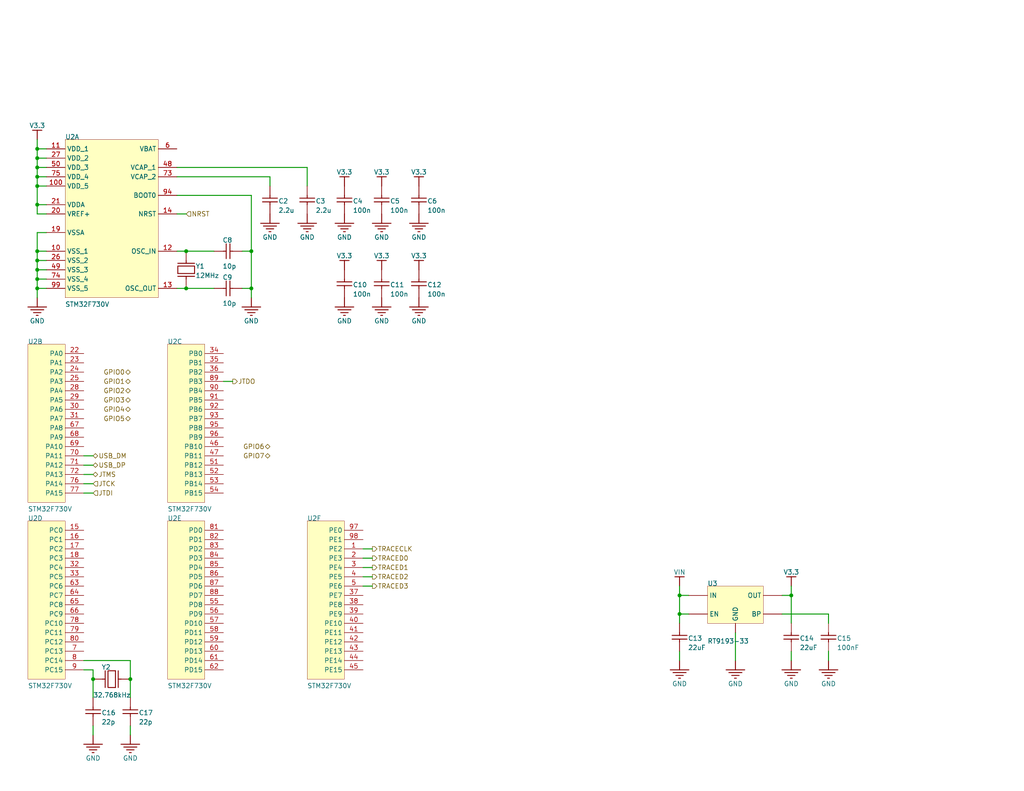
<source format=kicad_sch>
(kicad_sch (version 20231120) (generator "eeschema") (generator_version "8.0")
  (paper "A")
  (lib_symbols
    (symbol "mcu-altium-import:GND_POWER_GROUND" (power)
      (property "Reference" "#PWR" (at 0 0 0))
      (property "Value" "GND" (at 0 6.35 0))
      (symbol "GND_POWER_GROUND_0_0"
        (polyline (pts (xy -2.54 -2.54) (xy 2.54 -2.54)) (stroke (width 0.254)))
        (polyline (pts (xy -1.778 -3.302) (xy 1.778 -3.302)) (stroke (width 0.254)))
        (polyline (pts (xy -1.016 -4.064) (xy 1.016 -4.064)) (stroke (width 0.254)))
        (polyline (pts (xy -0.254 -4.826) (xy 0.254 -4.826)) (stroke (width 0.254)))
        (polyline (pts (xy 0 0) (xy 0 -2.54)) (stroke (width 0.254)))
        (pin power_in line (at 0 0 0) (length 0) hide (name "GND") (number ""))
      )
    )
    (symbol "mcu-altium-import:V3.3_BAR" (power)
      (property "Reference" "#PWR" (at 0 0 0))
      (property "Value" "V3.3" (at 0 3.81 0))
      (symbol "V3.3_BAR_0_0"
        (polyline (pts (xy -1.27 -2.54) (xy 1.27 -2.54)) (stroke (width 0.254)))
        (polyline (pts (xy 0 0) (xy 0 -2.54)) (stroke (width 0.254)))
        (pin power_in line (at 0 0 0) (length 0) hide (name "V3.3") (number ""))
      )
    )
    (symbol "mcu-altium-import:VIN_BAR" (power)
      (property "Reference" "#PWR" (at 0 0 0))
      (property "Value" "VIN" (at 0 3.81 0))
      (symbol "VIN_BAR_0_0"
        (polyline (pts (xy -1.27 -2.54) (xy 1.27 -2.54)) (stroke (width 0.254)))
        (polyline (pts (xy 0 0) (xy 0 -2.54)) (stroke (width 0.254)))
        (pin power_in line (at 0 0 0) (length 0) hide (name "VIN") (number ""))
      )
    )
    (symbol "mcu-altium-import:root_0_Capacitor"
      (symbol "root_0_Capacitor_1_0"
        (polyline (pts (xy 0 0) (xy 0.762 0)) (stroke (width 0.254)))
        (polyline (pts (xy 0.762 2.032) (xy 0.762 -2.032)) (stroke (width 0.254)))
        (polyline (pts (xy 1.778 -2.032) (xy 1.778 2.032)) (stroke (width 0.254)))
        (polyline (pts (xy 1.778 0) (xy 2.54 0)) (stroke (width 0.254)))
        (pin passive line (at -2.54 0 0) (length 2.54) (name "1") (number "1"))
        (pin passive line (at 5.08 0 180) (length 2.54) (name "2") (number "2"))
      )
    )
    (symbol "mcu-altium-import:root_0_STM32F730V"
      (symbol "root_0_STM32F730V_1_0"
        (rectangle (start 12.7 20.32) (end -12.7 -22.86) (stroke (width 0.0254) (color 128 0 0 1)) (fill (type background)))
        (pin passive line (at -17.78 -10.16 0) (length 5.08) (name "VSS_1") (number "10"))
        (pin passive line (at -17.78 7.62 0) (length 5.08) (name "VDD_5") (number "100"))
        (pin passive line (at -17.78 17.78 0) (length 5.08) (name "VDD_1") (number "11"))
        (pin passive line (at 17.78 -10.16 180) (length 5.08) (name "OSC_IN") (number "12"))
        (pin passive line (at 17.78 -20.32 180) (length 5.08) (name "OSC_OUT") (number "13"))
        (pin passive line (at 17.78 0 180) (length 5.08) (name "NRST") (number "14"))
        (pin passive line (at -17.78 -5.08 0) (length 5.08) (name "VSSA") (number "19"))
        (pin passive line (at -17.78 0 0) (length 5.08) (name "VREF+") (number "20"))
        (pin passive line (at -17.78 2.54 0) (length 5.08) (name "VDDA") (number "21"))
        (pin passive line (at -17.78 -12.7 0) (length 5.08) (name "VSS_2") (number "26"))
        (pin passive line (at -17.78 15.24 0) (length 5.08) (name "VDD_2") (number "27"))
        (pin passive line (at 17.78 12.7 180) (length 5.08) (name "VCAP_1") (number "48"))
        (pin passive line (at -17.78 -15.24 0) (length 5.08) (name "VSS_3") (number "49"))
        (pin passive line (at -17.78 12.7 0) (length 5.08) (name "VDD_3") (number "50"))
        (pin passive line (at 17.78 17.78 180) (length 5.08) (name "VBAT") (number "6"))
        (pin passive line (at 17.78 10.16 180) (length 5.08) (name "VCAP_2") (number "73"))
        (pin passive line (at -17.78 -17.78 0) (length 5.08) (name "VSS_4") (number "74"))
        (pin passive line (at -17.78 10.16 0) (length 5.08) (name "VDD_4") (number "75"))
        (pin passive line (at 17.78 5.08 180) (length 5.08) (name "BOOT0") (number "94"))
        (pin passive line (at -17.78 -20.32 0) (length 5.08) (name "VSS_5") (number "99"))
      )
      (symbol "root_0_STM32F730V_2_0"
        (rectangle (start 5.08 20.32) (end -5.08 -22.86) (stroke (width 0.0254) (color 128 0 0 1)) (fill (type background)))
        (pin passive line (at 10.16 17.78 180) (length 5.08) (name "PA0") (number "22"))
        (pin passive line (at 10.16 15.24 180) (length 5.08) (name "PA1") (number "23"))
        (pin passive line (at 10.16 12.7 180) (length 5.08) (name "PA2") (number "24"))
        (pin passive line (at 10.16 10.16 180) (length 5.08) (name "PA3") (number "25"))
        (pin passive line (at 10.16 7.62 180) (length 5.08) (name "PA4") (number "28"))
        (pin passive line (at 10.16 5.08 180) (length 5.08) (name "PA5") (number "29"))
        (pin passive line (at 10.16 2.54 180) (length 5.08) (name "PA6") (number "30"))
        (pin passive line (at 10.16 0 180) (length 5.08) (name "PA7") (number "31"))
        (pin passive line (at 10.16 -2.54 180) (length 5.08) (name "PA8") (number "67"))
        (pin passive line (at 10.16 -5.08 180) (length 5.08) (name "PA9") (number "68"))
        (pin passive line (at 10.16 -7.62 180) (length 5.08) (name "PA10") (number "69"))
        (pin passive line (at 10.16 -10.16 180) (length 5.08) (name "PA11") (number "70"))
        (pin passive line (at 10.16 -12.7 180) (length 5.08) (name "PA12") (number "71"))
        (pin passive line (at 10.16 -15.24 180) (length 5.08) (name "PA13") (number "72"))
        (pin passive line (at 10.16 -17.78 180) (length 5.08) (name "PA14") (number "76"))
        (pin passive line (at 10.16 -20.32 180) (length 5.08) (name "PA15") (number "77"))
      )
      (symbol "root_0_STM32F730V_3_0"
        (rectangle (start 5.08 20.32) (end -5.08 -22.86) (stroke (width 0.0254) (color 128 0 0 1)) (fill (type background)))
        (pin passive line (at 10.16 17.78 180) (length 5.08) (name "PB0") (number "34"))
        (pin passive line (at 10.16 15.24 180) (length 5.08) (name "PB1") (number "35"))
        (pin passive line (at 10.16 12.7 180) (length 5.08) (name "PB2") (number "36"))
        (pin passive line (at 10.16 -7.62 180) (length 5.08) (name "PB10") (number "46"))
        (pin passive line (at 10.16 -10.16 180) (length 5.08) (name "PB11") (number "47"))
        (pin passive line (at 10.16 -12.7 180) (length 5.08) (name "PB12") (number "51"))
        (pin passive line (at 10.16 -15.24 180) (length 5.08) (name "PB13") (number "52"))
        (pin passive line (at 10.16 -17.78 180) (length 5.08) (name "PB14") (number "53"))
        (pin passive line (at 10.16 -20.32 180) (length 5.08) (name "PB15") (number "54"))
        (pin passive line (at 10.16 10.16 180) (length 5.08) (name "PB3") (number "89"))
        (pin passive line (at 10.16 7.62 180) (length 5.08) (name "PB4") (number "90"))
        (pin passive line (at 10.16 5.08 180) (length 5.08) (name "PB5") (number "91"))
        (pin passive line (at 10.16 2.54 180) (length 5.08) (name "PB6") (number "92"))
        (pin passive line (at 10.16 0 180) (length 5.08) (name "PB7") (number "93"))
        (pin passive line (at 10.16 -2.54 180) (length 5.08) (name "PB8") (number "95"))
        (pin passive line (at 10.16 -5.08 180) (length 5.08) (name "PB9") (number "96"))
      )
      (symbol "root_0_STM32F730V_4_0"
        (rectangle (start 5.08 20.32) (end -5.08 -22.86) (stroke (width 0.0254) (color 128 0 0 1)) (fill (type background)))
        (pin passive line (at 10.16 17.78 180) (length 5.08) (name "PC0") (number "15"))
        (pin passive line (at 10.16 15.24 180) (length 5.08) (name "PC1") (number "16"))
        (pin passive line (at 10.16 12.7 180) (length 5.08) (name "PC2") (number "17"))
        (pin passive line (at 10.16 10.16 180) (length 5.08) (name "PC3") (number "18"))
        (pin passive line (at 10.16 7.62 180) (length 5.08) (name "PC4") (number "32"))
        (pin passive line (at 10.16 5.08 180) (length 5.08) (name "PC5") (number "33"))
        (pin passive line (at 10.16 2.54 180) (length 5.08) (name "PC6") (number "63"))
        (pin passive line (at 10.16 0 180) (length 5.08) (name "PC7") (number "64"))
        (pin passive line (at 10.16 -2.54 180) (length 5.08) (name "PC8") (number "65"))
        (pin passive line (at 10.16 -5.08 180) (length 5.08) (name "PC9") (number "66"))
        (pin passive line (at 10.16 -15.24 180) (length 5.08) (name "PC13") (number "7"))
        (pin passive line (at 10.16 -7.62 180) (length 5.08) (name "PC10") (number "78"))
        (pin passive line (at 10.16 -10.16 180) (length 5.08) (name "PC11") (number "79"))
        (pin passive line (at 10.16 -17.78 180) (length 5.08) (name "PC14") (number "8"))
        (pin passive line (at 10.16 -12.7 180) (length 5.08) (name "PC12") (number "80"))
        (pin passive line (at 10.16 -20.32 180) (length 5.08) (name "PC15") (number "9"))
      )
      (symbol "root_0_STM32F730V_5_0"
        (rectangle (start 5.08 20.32) (end -5.08 -22.86) (stroke (width 0.0254) (color 128 0 0 1)) (fill (type background)))
        (pin passive line (at 10.16 -2.54 180) (length 5.08) (name "PD8") (number "55"))
        (pin passive line (at 10.16 -5.08 180) (length 5.08) (name "PD9") (number "56"))
        (pin passive line (at 10.16 -7.62 180) (length 5.08) (name "PD10") (number "57"))
        (pin passive line (at 10.16 -10.16 180) (length 5.08) (name "PD11") (number "58"))
        (pin passive line (at 10.16 -12.7 180) (length 5.08) (name "PD12") (number "59"))
        (pin passive line (at 10.16 -15.24 180) (length 5.08) (name "PD13") (number "60"))
        (pin passive line (at 10.16 -17.78 180) (length 5.08) (name "PD14") (number "61"))
        (pin passive line (at 10.16 -20.32 180) (length 5.08) (name "PD15") (number "62"))
        (pin passive line (at 10.16 17.78 180) (length 5.08) (name "PD0") (number "81"))
        (pin passive line (at 10.16 15.24 180) (length 5.08) (name "PD1") (number "82"))
        (pin passive line (at 10.16 12.7 180) (length 5.08) (name "PD2") (number "83"))
        (pin passive line (at 10.16 10.16 180) (length 5.08) (name "PD3") (number "84"))
        (pin passive line (at 10.16 7.62 180) (length 5.08) (name "PD4") (number "85"))
        (pin passive line (at 10.16 5.08 180) (length 5.08) (name "PD5") (number "86"))
        (pin passive line (at 10.16 2.54 180) (length 5.08) (name "PD6") (number "87"))
        (pin passive line (at 10.16 0 180) (length 5.08) (name "PD7") (number "88"))
      )
      (symbol "root_0_STM32F730V_6_0"
        (rectangle (start 5.08 20.32) (end -5.08 -22.86) (stroke (width 0.0254) (color 128 0 0 1)) (fill (type background)))
        (pin passive line (at 10.16 12.7 180) (length 5.08) (name "PE2") (number "1"))
        (pin passive line (at 10.16 10.16 180) (length 5.08) (name "PE3") (number "2"))
        (pin passive line (at 10.16 7.62 180) (length 5.08) (name "PE4") (number "3"))
        (pin passive line (at 10.16 0 180) (length 5.08) (name "PE7") (number "37"))
        (pin passive line (at 10.16 -2.54 180) (length 5.08) (name "PE8") (number "38"))
        (pin passive line (at 10.16 -5.08 180) (length 5.08) (name "PE9") (number "39"))
        (pin passive line (at 10.16 5.08 180) (length 5.08) (name "PE5") (number "4"))
        (pin passive line (at 10.16 -7.62 180) (length 5.08) (name "PE10") (number "40"))
        (pin passive line (at 10.16 -10.16 180) (length 5.08) (name "PE11") (number "41"))
        (pin passive line (at 10.16 -12.7 180) (length 5.08) (name "PE12") (number "42"))
        (pin passive line (at 10.16 -15.24 180) (length 5.08) (name "PE13") (number "43"))
        (pin passive line (at 10.16 -17.78 180) (length 5.08) (name "PE14") (number "44"))
        (pin passive line (at 10.16 -20.32 180) (length 5.08) (name "PE15") (number "45"))
        (pin passive line (at 10.16 2.54 180) (length 5.08) (name "PE6") (number "5"))
        (pin passive line (at 10.16 17.78 180) (length 5.08) (name "PE0") (number "97"))
        (pin passive line (at 10.16 15.24 180) (length 5.08) (name "PE1") (number "98"))
      )
    )
    (symbol "mcu-altium-import:root_0_VREG_EN_BP"
      (symbol "root_0_VREG_EN_BP_1_0"
        (rectangle (start 7.62 2.54) (end -7.62 -7.62) (stroke (width 0.0254) (color 128 0 0 1)) (fill (type background)))
        (pin passive line (at 12.7 -5.08 180) (length 5.08) (name "BP") (number "BP"))
        (pin passive line (at -12.7 -5.08 0) (length 5.08) (name "EN") (number "EN"))
        (pin passive line (at 0 -10.16 90) (length 2.54) (name "GND") (number "GND"))
        (pin passive line (at -12.7 0 0) (length 5.08) (name "IN") (number "IN"))
        (pin passive line (at 12.7 0 180) (length 5.08) (name "OUT") (number "OUT"))
      )
    )
    (symbol "mcu-altium-import:root_0_XTAL_4SMD"
      (symbol "root_0_XTAL_4SMD_1_0"
        (polyline (pts (xy -2.286 -1.778) (xy 2.286 -1.778)) (stroke (width 0.254)))
        (polyline (pts (xy -2.286 -1.016) (xy 2.286 -1.016)) (stroke (width 0.254)))
        (polyline (pts (xy -2.286 1.778) (xy 2.286 1.778)) (stroke (width 0.254)))
        (polyline (pts (xy 0 -1.778) (xy 0 -2.54)) (stroke (width 0.254)))
        (polyline (pts (xy 0 2.54) (xy 0 1.778)) (stroke (width 0.254)))
        (polyline (pts (xy -2.286 -1.016) (xy -2.286 1.016) (xy 2.286 1.016) (xy 2.286 -1.016)) (stroke (width 0.254)))
        (pin passive line (at 0 5.08 270) (length 2.54) (name "1") (number "1"))
        (pin passive line (at 2.54 2.54 0) (length 0) hide (name "2") (number "2"))
        (pin passive line (at 0 -5.08 90) (length 2.54) (name "3") (number "3"))
        (pin passive line (at 2.54 0 0) (length 0) hide (name "4") (number "4"))
      )
    )
    (symbol "mcu-altium-import:root_1_Capacitor"
      (symbol "root_1_Capacitor_1_0"
        (polyline (pts (xy -2.032 0.762) (xy 2.032 0.762)) (stroke (width 0.254)))
        (polyline (pts (xy 0 0) (xy 0 0.762)) (stroke (width 0.254)))
        (polyline (pts (xy 0 1.778) (xy 0 2.54)) (stroke (width 0.254)))
        (polyline (pts (xy 2.032 1.778) (xy -2.032 1.778)) (stroke (width 0.254)))
        (pin passive line (at 0 -2.54 90) (length 2.54) (name "1") (number "1"))
        (pin passive line (at 0 5.08 270) (length 2.54) (name "2") (number "2"))
      )
    )
    (symbol "mcu-altium-import:root_1_XTAL"
      (symbol "root_1_XTAL_1_0"
        (polyline (pts (xy -2.54 0) (xy -1.778 0)) (stroke (width 0.254)))
        (polyline (pts (xy -1.778 -2.286) (xy -1.778 2.286)) (stroke (width 0.254)))
        (polyline (pts (xy 1.016 -2.286) (xy 1.016 2.286)) (stroke (width 0.254)))
        (polyline (pts (xy 1.778 -2.286) (xy 1.778 2.286)) (stroke (width 0.254)))
        (polyline (pts (xy 1.778 0) (xy 2.54 0)) (stroke (width 0.254)))
        (polyline (pts (xy 1.016 -2.286) (xy -1.016 -2.286) (xy -1.016 2.286) (xy 1.016 2.286)) (stroke (width 0.254)))
        (pin passive line (at -5.08 0 0) (length 2.54) (name "1") (number "1"))
        (pin passive line (at 5.08 0 180) (length 2.54) (name "2") (number "2"))
      )
    )
  )
  (junction (at 25.4 185.42))
  (junction (at 10.16 40.64))
  (junction (at 10.16 78.74))
  (junction (at 68.58 68.58))
  (junction (at 185.42 162.56))
  (junction (at 215.9 162.56))
  (junction (at 185.42 167.64))
  (junction (at 50.8 78.74))
  (junction (at 10.16 71.12))
  (junction (at 50.8 68.58))
  (junction (at 10.16 76.2))
  (junction (at 10.16 68.58))
  (junction (at 10.16 48.26))
  (junction (at 10.16 55.88))
  (junction (at 10.16 43.18))
  (junction (at 10.16 73.66))
  (junction (at 68.58 78.74))
  (junction (at 35.56 185.42))
  (junction (at 10.16 45.72))
  (junction (at 10.16 50.8))
  (wire (pts (xy 10.16 43.18) (xy 10.16 40.64)) (stroke (width 0.254)))
  (wire (pts (xy 63.5 104.14) (xy 60.96 104.14)) (stroke (width 0.254)))
  (wire (pts (xy 12.7 48.26) (xy 10.16 48.26)) (stroke (width 0.254)))
  (wire (pts (xy 25.4 182.88) (xy 25.4 185.42)) (stroke (width 0.254)))
  (wire (pts (xy 68.58 68.58) (xy 68.58 78.74)) (stroke (width 0.254)))
  (wire (pts (xy 12.7 55.88) (xy 10.16 55.88)) (stroke (width 0.254)))
  (wire (pts (xy 10.16 71.12) (xy 10.16 68.58)) (stroke (width 0.254)))
  (wire (pts (xy 35.56 185.42) (xy 35.56 190.5)) (stroke (width 0.254)))
  (wire (pts (xy 226.06 177.8) (xy 226.06 180.34)) (stroke (width 0.254)))
  (wire (pts (xy 213.36 162.56) (xy 215.9 162.56)) (stroke (width 0.254)))
  (wire (pts (xy 25.4 132.08) (xy 22.86 132.08)) (stroke (width 0.254)))
  (wire (pts (xy 83.82 45.72) (xy 83.82 50.8)) (stroke (width 0.254)))
  (wire (pts (xy 185.42 160.02) (xy 185.42 162.56)) (stroke (width 0.254)))
  (wire (pts (xy 12.7 76.2) (xy 10.16 76.2)) (stroke (width 0.254)))
  (wire (pts (xy 101.6 152.4) (xy 99.06 152.4)) (stroke (width 0.254)))
  (wire (pts (xy 10.16 58.42) (xy 10.16 55.88)) (stroke (width 0.254)))
  (wire (pts (xy 35.56 198.12) (xy 35.56 200.66)) (stroke (width 0.254)))
  (wire (pts (xy 10.16 81.28) (xy 10.16 78.74)) (stroke (width 0.254)))
  (wire (pts (xy 101.6 154.94) (xy 99.06 154.94)) (stroke (width 0.254)))
  (wire (pts (xy 187.96 162.56) (xy 185.42 162.56)) (stroke (width 0.254)))
  (wire (pts (xy 185.42 167.64) (xy 187.96 167.64)) (stroke (width 0.254)))
  (wire (pts (xy 25.4 185.42) (xy 25.4 190.5)) (stroke (width 0.254)))
  (wire (pts (xy 10.16 76.2) (xy 10.16 73.66)) (stroke (width 0.254)))
  (wire (pts (xy 10.16 43.18) (xy 12.7 43.18)) (stroke (width 0.254)))
  (wire (pts (xy 25.4 134.62) (xy 22.86 134.62)) (stroke (width 0.254)))
  (wire (pts (xy 12.7 45.72) (xy 10.16 45.72)) (stroke (width 0.254)))
  (wire (pts (xy 12.7 40.64) (xy 10.16 40.64)) (stroke (width 0.254)))
  (wire (pts (xy 12.7 68.58) (xy 10.16 68.58)) (stroke (width 0.254)))
  (wire (pts (xy 12.7 58.42) (xy 10.16 58.42)) (stroke (width 0.254)))
  (wire (pts (xy 66.04 68.58) (xy 68.58 68.58)) (stroke (width 0.254)))
  (wire (pts (xy 48.26 45.72) (xy 83.82 45.72)) (stroke (width 0.254)))
  (wire (pts (xy 215.9 162.56) (xy 215.9 160.02)) (stroke (width 0.254)))
  (wire (pts (xy 185.42 170.18) (xy 185.42 167.64)) (stroke (width 0.254)))
  (wire (pts (xy 215.9 170.18) (xy 215.9 162.56)) (stroke (width 0.254)))
  (wire (pts (xy 25.4 124.46) (xy 22.86 124.46)) (stroke (width 0.254)))
  (wire (pts (xy 22.86 182.88) (xy 25.4 182.88)) (stroke (width 0.254)))
  (wire (pts (xy 10.16 50.8) (xy 10.16 48.26)) (stroke (width 0.254)))
  (wire (pts (xy 185.42 180.34) (xy 185.42 177.8)) (stroke (width 0.254)))
  (wire (pts (xy 48.26 48.26) (xy 73.66 48.26)) (stroke (width 0.254)))
  (wire (pts (xy 10.16 40.64) (xy 10.16 38.1)) (stroke (width 0.254)))
  (wire (pts (xy 10.16 68.58) (xy 10.16 63.5)) (stroke (width 0.254)))
  (wire (pts (xy 68.58 53.34) (xy 68.58 68.58)) (stroke (width 0.254)))
  (wire (pts (xy 226.06 167.64) (xy 226.06 170.18)) (stroke (width 0.254)))
  (wire (pts (xy 48.26 68.58) (xy 50.8 68.58)) (stroke (width 0.254)))
  (wire (pts (xy 22.86 180.34) (xy 35.56 180.34)) (stroke (width 0.254)))
  (wire (pts (xy 10.16 45.72) (xy 10.16 43.18)) (stroke (width 0.254)))
  (wire (pts (xy 48.26 53.34) (xy 68.58 53.34)) (stroke (width 0.254)))
  (wire (pts (xy 10.16 55.88) (xy 10.16 50.8)) (stroke (width 0.254)))
  (wire (pts (xy 66.04 78.74) (xy 68.58 78.74)) (stroke (width 0.254)))
  (wire (pts (xy 25.4 129.54) (xy 22.86 129.54)) (stroke (width 0.254)))
  (wire (pts (xy 12.7 73.66) (xy 10.16 73.66)) (stroke (width 0.254)))
  (wire (pts (xy 73.66 48.26) (xy 73.66 50.8)) (stroke (width 0.254)))
  (wire (pts (xy 12.7 71.12) (xy 10.16 71.12)) (stroke (width 0.254)))
  (wire (pts (xy 10.16 48.26) (xy 10.16 45.72)) (stroke (width 0.254)))
  (wire (pts (xy 200.66 172.72) (xy 200.66 180.34)) (stroke (width 0.254)))
  (wire (pts (xy 35.56 180.34) (xy 35.56 185.42)) (stroke (width 0.254)))
  (wire (pts (xy 12.7 50.8) (xy 10.16 50.8)) (stroke (width 0.254)))
  (wire (pts (xy 68.58 78.74) (xy 68.58 81.28)) (stroke (width 0.254)))
  (wire (pts (xy 101.6 160.02) (xy 99.06 160.02)) (stroke (width 0.254)))
  (wire (pts (xy 10.16 63.5) (xy 12.7 63.5)) (stroke (width 0.254)))
  (wire (pts (xy 48.26 78.74) (xy 50.8 78.74)) (stroke (width 0.254)))
  (wire (pts (xy 50.8 68.58) (xy 58.42 68.58)) (stroke (width 0.254)))
  (wire (pts (xy 185.42 162.56) (xy 185.42 167.64)) (stroke (width 0.254)))
  (wire (pts (xy 12.7 78.74) (xy 10.16 78.74)) (stroke (width 0.254)))
  (wire (pts (xy 50.8 58.42) (xy 48.26 58.42)) (stroke (width 0.254)))
  (wire (pts (xy 25.4 198.12) (xy 25.4 200.66)) (stroke (width 0.254)))
  (wire (pts (xy 215.9 180.34) (xy 215.9 177.8)) (stroke (width 0.254)))
  (wire (pts (xy 10.16 73.66) (xy 10.16 71.12)) (stroke (width 0.254)))
  (wire (pts (xy 213.36 167.64) (xy 226.06 167.64)) (stroke (width 0.254)))
  (wire (pts (xy 101.6 149.86) (xy 99.06 149.86)) (stroke (width 0.254)))
  (wire (pts (xy 101.6 157.48) (xy 99.06 157.48)) (stroke (width 0.254)))
  (wire (pts (xy 10.16 78.74) (xy 10.16 76.2)) (stroke (width 0.254)))
  (wire (pts (xy 25.4 127) (xy 22.86 127)) (stroke (width 0.254)))
  (wire (pts (xy 50.8 78.74) (xy 58.42 78.74)) (stroke (width 0.254)))
  (hierarchical_label "USB_DP" (shape bidirectional) (at 25.4 127 0))
  (hierarchical_label "JTMS" (shape bidirectional) (at 25.4 129.54 0))
  (hierarchical_label "JTCK" (shape input) (at 25.4 132.08 0))
  (hierarchical_label "GPIO1" (shape bidirectional) (at 35.56 104.14 180))
  (hierarchical_label "GPIO6" (shape bidirectional) (at 73.66 121.92 180))
  (hierarchical_label "TRACED3" (shape output) (at 101.6 160.02 0))
  (hierarchical_label "GPIO2" (shape bidirectional) (at 35.56 106.68 180))
  (hierarchical_label "USB_DM" (shape bidirectional) (at 25.4 124.46 0))
  (hierarchical_label "GPIO3" (shape bidirectional) (at 35.56 109.22 180))
  (hierarchical_label "GPIO0" (shape bidirectional) (at 35.56 101.6 180))
  (hierarchical_label "TRACED0" (shape output) (at 101.6 152.4 0))
  (hierarchical_label "GPIO7" (shape bidirectional) (at 73.66 124.46 180))
  (hierarchical_label "TRACED2" (shape output) (at 101.6 157.48 0))
  (hierarchical_label "NRST" (shape input) (at 50.8 58.42 0))
  (hierarchical_label "TRACED1" (shape output) (at 101.6 154.94 0))
  (hierarchical_label "JTDI" (shape input) (at 25.4 134.62 0))
  (hierarchical_label "TRACECLK" (shape output) (at 101.6 149.86 0))
  (hierarchical_label "JTDO" (shape output) (at 63.5 104.14 0))
  (hierarchical_label "GPIO5" (shape bidirectional) (at 35.56 114.3 180))
  (hierarchical_label "GPIO4" (shape bidirectional) (at 35.56 111.76 180))
  (symbol (lib_id "mcu-altium-import:GND_POWER_GROUND") (at 25.4 200.66 0) (unit 1)
    (property "Reference" "#PWR?" (effects (hide yes)))
    (property "Value" "GND" (at 25.4 207.01 0))
  )
  (symbol (lib_id "mcu-altium-import:root_0_STM32F730V") (at 12.7 162.56 0) (unit 4)
    (property "Reference" "U2" (at 7.62 142.24 0) (effects (justify left bottom)))
    (property "Value" "STM32F730V" (at 7.62 187.96 0) (effects (justify left bottom)))
    (property "Footprint" "QFP100" (effects (hide yes)))
  )
  (symbol (lib_id "mcu-altium-import:root_1_Capacitor") (at 25.4 195.58 0) (unit 1)
    (property "Reference" "C16" (at 27.686 195.326 0) (effects (justify left bottom)))
    (property "Value" "${ALTIUM_VALUE}" (at 27.686 197.866 0) (effects (justify left bottom)))
    (property "Footprint" "0402" (effects (hide yes)))
    (property "ALTIUM_VALUE" "22p" (effects (hide yes)))
  )
  (symbol (lib_id "mcu-altium-import:root_1_Capacitor") (at 114.3 78.74 0) (unit 1)
    (property "Reference" "C12" (at 116.586 78.486 0) (effects (justify left bottom)))
    (property "Value" "${ALTIUM_VALUE}" (at 116.586 81.026 0) (effects (justify left bottom)))
    (property "Footprint" "0402" (effects (hide yes)))
    (property "ALTIUM_VALUE" "100n" (effects (hide yes)))
  )
  (symbol (lib_id "mcu-altium-import:GND_POWER_GROUND") (at 114.3 81.28 0) (unit 1)
    (property "Reference" "#PWR?" (effects (hide yes)))
    (property "Value" "GND" (at 114.3 87.63 0))
  )
  (symbol (lib_id "mcu-altium-import:root_0_STM32F730V") (at 12.7 114.3 0) (unit 2)
    (property "Reference" "U2" (at 7.62 93.98 0) (effects (justify left bottom)))
    (property "Value" "STM32F730V" (at 7.62 139.7 0) (effects (justify left bottom)))
    (property "Footprint" "QFP100" (effects (hide yes)))
  )
  (symbol (lib_id "mcu-altium-import:GND_POWER_GROUND") (at 185.42 180.34 0) (unit 1)
    (property "Reference" "#PWR?" (effects (hide yes)))
    (property "Value" "GND" (at 185.42 186.69 0))
  )
  (symbol (lib_id "mcu-altium-import:root_0_STM32F730V") (at 30.48 58.42 0) (unit 1)
    (property "Reference" "U2" (at 17.78 38.1 0) (effects (justify left bottom)))
    (property "Value" "STM32F730V" (at 17.78 83.82 0) (effects (justify left bottom)))
    (property "Footprint" "QFP100" (effects (hide yes)))
  )
  (symbol (lib_id "mcu-altium-import:GND_POWER_GROUND") (at 93.98 81.28 0) (unit 1)
    (property "Reference" "#PWR?" (effects (hide yes)))
    (property "Value" "GND" (at 93.98 87.63 0))
  )
  (symbol (lib_id "mcu-altium-import:root_0_STM32F730V") (at 50.8 162.56 0) (unit 5)
    (property "Reference" "U2" (at 45.72 142.24 0) (effects (justify left bottom)))
    (property "Value" "STM32F730V" (at 45.72 187.96 0) (effects (justify left bottom)))
    (property "Footprint" "QFP100" (effects (hide yes)))
  )
  (symbol (lib_id "mcu-altium-import:root_1_Capacitor") (at 104.14 78.74 0) (unit 1)
    (property "Reference" "C11" (at 106.426 78.486 0) (effects (justify left bottom)))
    (property "Value" "${ALTIUM_VALUE}" (at 106.426 81.026 0) (effects (justify left bottom)))
    (property "Footprint" "0402" (effects (hide yes)))
    (property "ALTIUM_VALUE" "100n" (effects (hide yes)))
  )
  (symbol (lib_id "mcu-altium-import:root_1_Capacitor") (at 35.56 195.58 0) (unit 1)
    (property "Reference" "C17" (at 37.846 195.326 0) (effects (justify left bottom)))
    (property "Value" "${ALTIUM_VALUE}" (at 37.846 197.866 0) (effects (justify left bottom)))
    (property "Footprint" "0402" (effects (hide yes)))
    (property "ALTIUM_VALUE" "22p" (effects (hide yes)))
  )
  (symbol (lib_id "mcu-altium-import:root_0_Capacitor") (at 60.96 78.74 0) (unit 1)
    (property "Reference" "C9" (at 60.706 76.454 0) (effects (justify left bottom)))
    (property "Value" "${ALTIUM_VALUE}" (at 60.706 83.566 0) (effects (justify left bottom)))
    (property "Footprint" "0402" (effects (hide yes)))
    (property "ALTIUM_VALUE" "10p" (effects (hide yes)))
  )
  (symbol (lib_id "mcu-altium-import:root_0_Capacitor") (at 60.96 68.58 0) (unit 1)
    (property "Reference" "C8" (at 60.706 66.294 0) (effects (justify left bottom)))
    (property "Value" "${ALTIUM_VALUE}" (at 60.706 73.406 0) (effects (justify left bottom)))
    (property "Footprint" "0402" (effects (hide yes)))
    (property "ALTIUM_VALUE" "10p" (effects (hide yes)))
  )
  (symbol (lib_id "mcu-altium-import:root_1_Capacitor") (at 93.98 78.74 0) (unit 1)
    (property "Reference" "C10" (at 96.266 78.486 0) (effects (justify left bottom)))
    (property "Value" "${ALTIUM_VALUE}" (at 96.266 81.026 0) (effects (justify left bottom)))
    (property "Footprint" "0402" (effects (hide yes)))
    (property "ALTIUM_VALUE" "100n" (effects (hide yes)))
  )
  (symbol (lib_id "mcu-altium-import:root_1_Capacitor") (at 226.06 175.26 0) (unit 1)
    (property "Reference" "C15" (at 228.346 175.006 0) (effects (justify left bottom)))
    (property "Value" "${ALTIUM_VALUE}" (at 228.346 177.546 0) (effects (justify left bottom)))
    (property "Footprint" "0402" (effects (hide yes)))
    (property "ALTIUM_VALUE" "100nF" (effects (hide yes)))
  )
  (symbol (lib_id "mcu-altium-import:VIN_BAR") (at 185.42 160.02 180) (unit 1)
    (property "Reference" "#PWR?" (effects (hide yes)))
    (property "Value" "VIN" (at 185.42 156.21 0))
  )
  (symbol (lib_id "mcu-altium-import:GND_POWER_GROUND") (at 200.66 180.34 0) (unit 1)
    (property "Reference" "#PWR?" (effects (hide yes)))
    (property "Value" "GND" (at 200.66 186.69 0))
  )
  (symbol (lib_id "mcu-altium-import:V3.3_BAR") (at 114.3 73.66 180) (unit 1)
    (property "Reference" "#PWR?" (effects (hide yes)))
    (property "Value" "V3.3" (at 114.3 69.85 0))
  )
  (symbol (lib_id "mcu-altium-import:root_1_XTAL") (at 30.48 185.42 0) (unit 1)
    (property "Reference" "Y2" (at 27.686 182.88 0) (effects (justify left bottom)))
    (property "Value" "${ALTIUM_VALUE}" (at 25.4 190.5 0) (effects (justify left bottom)))
    (property "Footprint" "XTAL-3215" (effects (hide yes)))
    (property "ALTIUM_VALUE" "32.768kHz" (effects (hide yes)))
  )
  (symbol (lib_id "mcu-altium-import:root_1_Capacitor") (at 83.82 55.88 0) (unit 1)
    (property "Reference" "C3" (at 86.106 55.626 0) (effects (justify left bottom)))
    (property "Value" "${ALTIUM_VALUE}" (at 86.106 58.166 0) (effects (justify left bottom)))
    (property "Footprint" "0402" (effects (hide yes)))
    (property "ALTIUM_VALUE" "2.2u" (effects (hide yes)))
  )
  (symbol (lib_id "mcu-altium-import:V3.3_BAR") (at 93.98 73.66 180) (unit 1)
    (property "Reference" "#PWR?" (effects (hide yes)))
    (property "Value" "V3.3" (at 93.98 69.85 0))
  )
  (symbol (lib_id "mcu-altium-import:GND_POWER_GROUND") (at 10.16 81.28 0) (unit 1)
    (property "Reference" "#PWR?" (effects (hide yes)))
    (property "Value" "GND" (at 10.16 87.63 0))
  )
  (symbol (lib_id "mcu-altium-import:V3.3_BAR") (at 104.14 50.8 180) (unit 1)
    (property "Reference" "#PWR?" (effects (hide yes)))
    (property "Value" "V3.3" (at 104.14 46.99 0))
  )
  (symbol (lib_id "mcu-altium-import:GND_POWER_GROUND") (at 73.66 58.42 0) (unit 1)
    (property "Reference" "#PWR?" (effects (hide yes)))
    (property "Value" "GND" (at 73.66 64.77 0))
  )
  (symbol (lib_id "mcu-altium-import:root_0_STM32F730V") (at 50.8 114.3 0) (unit 3)
    (property "Reference" "U2" (at 45.72 93.98 0) (effects (justify left bottom)))
    (property "Value" "STM32F730V" (at 45.72 139.7 0) (effects (justify left bottom)))
    (property "Footprint" "QFP100" (effects (hide yes)))
  )
  (symbol (lib_id "mcu-altium-import:root_1_Capacitor") (at 73.66 55.88 0) (unit 1)
    (property "Reference" "C2" (at 75.946 55.626 0) (effects (justify left bottom)))
    (property "Value" "${ALTIUM_VALUE}" (at 75.946 58.166 0) (effects (justify left bottom)))
    (property "Footprint" "0402" (effects (hide yes)))
    (property "ALTIUM_VALUE" "2.2u" (effects (hide yes)))
  )
  (symbol (lib_id "mcu-altium-import:root_0_XTAL_4SMD") (at 50.8 73.66 0) (unit 1)
    (property "Reference" "Y1" (at 53.34 73.406 0) (effects (justify left bottom)))
    (property "Value" "${ALTIUM_VALUE}" (at 53.34 75.946 0) (effects (justify left bottom)))
    (property "Footprint" "XTAL-2520-4SMD" (effects (hide yes)))
    (property "ALTIUM_VALUE" "12MHz" (effects (hide yes)))
  )
  (symbol (lib_id "mcu-altium-import:V3.3_BAR") (at 215.9 160.02 180) (unit 1)
    (property "Reference" "#PWR?" (effects (hide yes)))
    (property "Value" "V3.3" (at 215.9 156.21 0))
  )
  (symbol (lib_id "mcu-altium-import:V3.3_BAR") (at 10.16 38.1 180) (unit 1)
    (property "Reference" "#PWR?" (effects (hide yes)))
    (property "Value" "V3.3" (at 10.16 34.29 0))
  )
  (symbol (lib_id "mcu-altium-import:GND_POWER_GROUND") (at 114.3 58.42 0) (unit 1)
    (property "Reference" "#PWR?" (effects (hide yes)))
    (property "Value" "GND" (at 114.3 64.77 0))
  )
  (symbol (lib_id "mcu-altium-import:GND_POWER_GROUND") (at 226.06 180.34 0) (unit 1)
    (property "Reference" "#PWR?" (effects (hide yes)))
    (property "Value" "GND" (at 226.06 186.69 0))
  )
  (symbol (lib_id "mcu-altium-import:V3.3_BAR") (at 93.98 50.8 180) (unit 1)
    (property "Reference" "#PWR?" (effects (hide yes)))
    (property "Value" "V3.3" (at 93.98 46.99 0))
  )
  (symbol (lib_id "mcu-altium-import:GND_POWER_GROUND") (at 215.9 180.34 0) (unit 1)
    (property "Reference" "#PWR?" (effects (hide yes)))
    (property "Value" "GND" (at 215.9 186.69 0))
  )
  (symbol (lib_id "mcu-altium-import:GND_POWER_GROUND") (at 35.56 200.66 0) (unit 1)
    (property "Reference" "#PWR?" (effects (hide yes)))
    (property "Value" "GND" (at 35.56 207.01 0))
  )
  (symbol (lib_id "mcu-altium-import:root_1_Capacitor") (at 185.42 175.26 0) (unit 1)
    (property "Reference" "C13" (at 187.706 175.006 0) (effects (justify left bottom)))
    (property "Value" "${ALTIUM_VALUE}" (at 187.706 177.546 0) (effects (justify left bottom)))
    (property "Footprint" "0805" (effects (hide yes)))
    (property "ALTIUM_VALUE" "22uF" (effects (hide yes)))
  )
  (symbol (lib_id "mcu-altium-import:GND_POWER_GROUND") (at 104.14 58.42 0) (unit 1)
    (property "Reference" "#PWR?" (effects (hide yes)))
    (property "Value" "GND" (at 104.14 64.77 0))
  )
  (symbol (lib_id "mcu-altium-import:GND_POWER_GROUND") (at 68.58 81.28 0) (unit 1)
    (property "Reference" "#PWR?" (effects (hide yes)))
    (property "Value" "GND" (at 68.58 87.63 0))
  )
  (symbol (lib_id "mcu-altium-import:V3.3_BAR") (at 114.3 50.8 180) (unit 1)
    (property "Reference" "#PWR?" (effects (hide yes)))
    (property "Value" "V3.3" (at 114.3 46.99 0))
  )
  (symbol (lib_id "mcu-altium-import:root_1_Capacitor") (at 93.98 55.88 0) (unit 1)
    (property "Reference" "C4" (at 96.266 55.626 0) (effects (justify left bottom)))
    (property "Value" "${ALTIUM_VALUE}" (at 96.266 58.166 0) (effects (justify left bottom)))
    (property "Footprint" "0402" (effects (hide yes)))
    (property "ALTIUM_VALUE" "100n" (effects (hide yes)))
  )
  (symbol (lib_id "mcu-altium-import:GND_POWER_GROUND") (at 93.98 58.42 0) (unit 1)
    (property "Reference" "#PWR?" (effects (hide yes)))
    (property "Value" "GND" (at 93.98 64.77 0))
  )
  (symbol (lib_id "mcu-altium-import:GND_POWER_GROUND") (at 104.14 81.28 0) (unit 1)
    (property "Reference" "#PWR?" (effects (hide yes)))
    (property "Value" "GND" (at 104.14 87.63 0))
  )
  (symbol (lib_id "mcu-altium-import:root_0_VREG_EN_BP") (at 200.66 162.56 0) (unit 1)
    (property "Reference" "U3" (at 193.04 160.02 0) (effects (justify left bottom)))
    (property "Value" "RT9193-33" (at 193.04 175.768 0) (effects (justify left bottom)))
    (property "Footprint" "SOT23-5" (effects (hide yes)))
  )
  (symbol (lib_id "mcu-altium-import:root_1_Capacitor") (at 114.3 55.88 0) (unit 1)
    (property "Reference" "C6" (at 116.586 55.626 0) (effects (justify left bottom)))
    (property "Value" "${ALTIUM_VALUE}" (at 116.586 58.166 0) (effects (justify left bottom)))
    (property "Footprint" "0402" (effects (hide yes)))
    (property "ALTIUM_VALUE" "100n" (effects (hide yes)))
  )
  (symbol (lib_id "mcu-altium-import:root_0_STM32F730V") (at 88.9 162.56 0) (unit 6)
    (property "Reference" "U2" (at 83.82 142.24 0) (effects (justify left bottom)))
    (property "Value" "STM32F730V" (at 83.82 187.96 0) (effects (justify left bottom)))
    (property "Footprint" "QFP100" (effects (hide yes)))
  )
  (symbol (lib_id "mcu-altium-import:GND_POWER_GROUND") (at 83.82 58.42 0) (unit 1)
    (property "Reference" "#PWR?" (effects (hide yes)))
    (property "Value" "GND" (at 83.82 64.77 0))
  )
  (symbol (lib_id "mcu-altium-import:root_1_Capacitor") (at 215.9 175.26 0) (unit 1)
    (property "Reference" "C14" (at 218.186 175.006 0) (effects (justify left bottom)))
    (property "Value" "${ALTIUM_VALUE}" (at 218.186 177.546 0) (effects (justify left bottom)))
    (property "Footprint" "0805" (effects (hide yes)))
    (property "ALTIUM_VALUE" "22uF" (effects (hide yes)))
  )
  (symbol (lib_id "mcu-altium-import:V3.3_BAR") (at 104.14 73.66 180) (unit 1)
    (property "Reference" "#PWR?" (effects (hide yes)))
    (property "Value" "V3.3" (at 104.14 69.85 0))
  )
  (symbol (lib_id "mcu-altium-import:root_1_Capacitor") (at 104.14 55.88 0) (unit 1)
    (property "Reference" "C5" (at 106.426 55.626 0) (effects (justify left bottom)))
    (property "Value" "${ALTIUM_VALUE}" (at 106.426 58.166 0) (effects (justify left bottom)))
    (property "Footprint" "0402" (effects (hide yes)))
    (property "ALTIUM_VALUE" "100n" (effects (hide yes)))
  )
)
</source>
